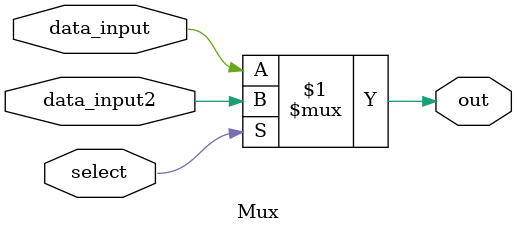
<source format=sv>

`timescale 1ns / 1ps


module Mux 
(
    input logic  data_input, data_input2,select, // Select input
    output logic out // Output
);

    // Assign output based on select input
    assign out = select ? data_input2 : data_input; 

endmodule
</source>
